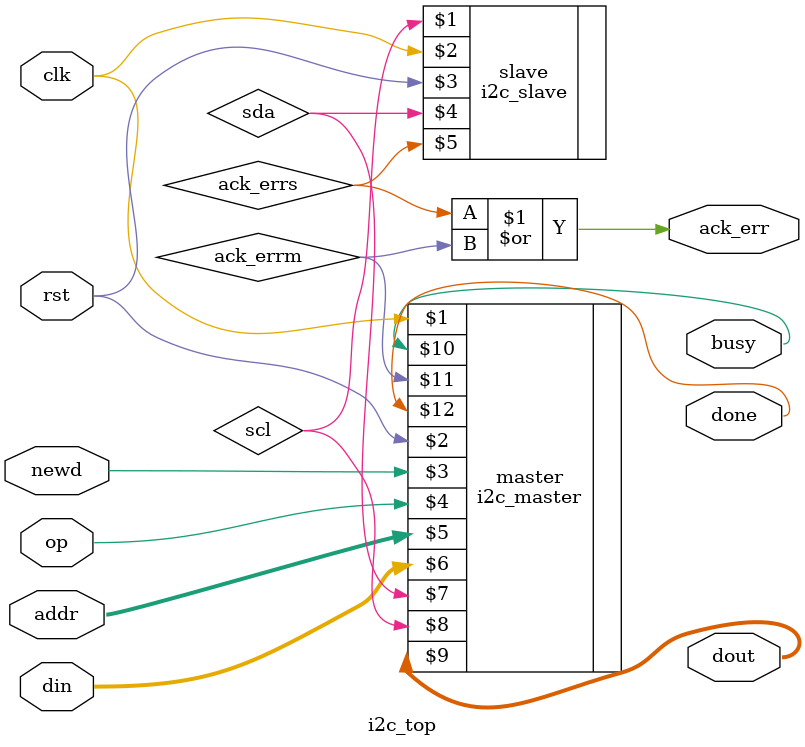
<source format=sv>
`timescale 1ns / 1ps

`include "i2c_master.sv"
`include "i2c_slave.sv"
`include "i2c_if.sv"
module i2c_top(
  input clk,rst,newd,op,
  input[6:0] addr, 
  input[7:0] din,
  output[7:0] dout,
  output busy,ack_err,
  output reg done
  );
  wire sda,scl;
  wire ack_errm,ack_errs;
  
  i2c_master master(clk,rst,newd,op,addr,din,sda,scl,dout,busy,ack_errm,done);
  i2c_slave slave(scl,clk,rst,sda,ack_errs,);
  
  assign ack_err= ack_errs|ack_errm;
endmodule 


</source>
